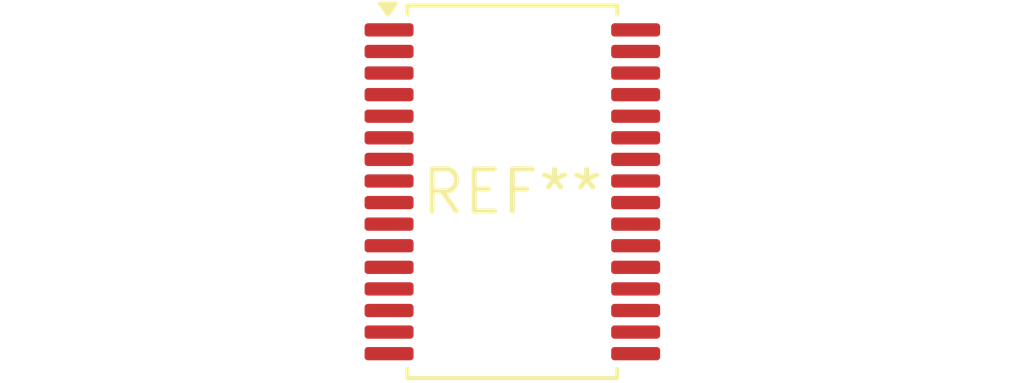
<source format=kicad_pcb>
(kicad_pcb (version 20240108) (generator pcbnew)
  (layers (0 "F.Cu" signal) (31 "B.Cu" signal) (34 "B.Paste" user) (35 "F.Paste" user) (36 "B.SilkS" user "B.Silkscreen") (37 "F.SilkS" user "F.Silkscreen") (38 "B.Mask" user) (39 "F.Mask" user) (44 "Edge.Cuts" user))
  (net 0 "")
  (footprint "TSSOP-32_6.1x11mm_P0.65mm" (layer "F.Cu") (at 0 0)
    (property "Reference" "REF**")
    (property "Value" "TSSOP-32_6.1x11mm_P0.65mm")
    (fp_line (start -3.16 -5.61) (end -3.16 -5.335) (layer "F.SilkS") (stroke (width 0.12)))
    (fp_line (start -3.16 5.61) (end -3.16 5.335) (layer "F.SilkS") (stroke (width 0.12)))
    (fp_line (start 0 -5.61) (end -3.16 -5.61) (layer "F.SilkS") (stroke (width 0.12)))
    (fp_line (start 0 -5.61) (end 3.16 -5.61) (layer "F.SilkS") (stroke (width 0.12)))
    (fp_line (start 0 5.61) (end -3.16 5.61) (layer "F.SilkS") (stroke (width 0.12)))
    (fp_line (start 0 5.61) (end 3.16 5.61) (layer "F.SilkS") (stroke (width 0.12)))
    (fp_line (start 3.16 -5.61) (end 3.16 -5.335) (layer "F.SilkS") (stroke (width 0.12)))
    (fp_line (start 3.16 5.61) (end 3.16 5.335) (layer "F.SilkS") (stroke (width 0.12)))
    (fp_poly (pts (xy -3.75 -5.335) (xy -3.99 -5.665) (xy -3.51 -5.665) (xy -3.75 -5.335)) (layer "F.SilkS") (stroke (width 0.12)) (fill solid))
    (pad "1" smd roundrect (at -3.7125 -4.875) (size 1.475 0.4) (layers "F.Cu" "F.Paste" "F.Mask"))
    (pad "2" smd roundrect (at -3.7125 -4.225) (size 1.475 0.4) (layers "F.Cu" "F.Paste" "F.Mask"))
    (pad "3" smd roundrect (at -3.7125 -3.575) (size 1.475 0.4) (layers "F.Cu" "F.Paste" "F.Mask"))
    (pad "4" smd roundrect (at -3.7125 -2.925) (size 1.475 0.4) (layers "F.Cu" "F.Paste" "F.Mask"))
    (pad "5" smd roundrect (at -3.7125 -2.275) (size 1.475 0.4) (layers "F.Cu" "F.Paste" "F.Mask"))
    (pad "6" smd roundrect (at -3.7125 -1.625) (size 1.475 0.4) (layers "F.Cu" "F.Paste" "F.Mask"))
    (pad "7" smd roundrect (at -3.7125 -0.975) (size 1.475 0.4) (layers "F.Cu" "F.Paste" "F.Mask"))
    (pad "8" smd roundrect (at -3.7125 -0.325) (size 1.475 0.4) (layers "F.Cu" "F.Paste" "F.Mask"))
    (pad "9" smd roundrect (at -3.7125 0.325) (size 1.475 0.4) (layers "F.Cu" "F.Paste" "F.Mask"))
    (pad "10" smd roundrect (at -3.7125 0.975) (size 1.475 0.4) (layers "F.Cu" "F.Paste" "F.Mask"))
    (pad "11" smd roundrect (at -3.7125 1.625) (size 1.475 0.4) (layers "F.Cu" "F.Paste" "F.Mask"))
    (pad "12" smd roundrect (at -3.7125 2.275) (size 1.475 0.4) (layers "F.Cu" "F.Paste" "F.Mask"))
    (pad "13" smd roundrect (at -3.7125 2.925) (size 1.475 0.4) (layers "F.Cu" "F.Paste" "F.Mask"))
    (pad "14" smd roundrect (at -3.7125 3.575) (size 1.475 0.4) (layers "F.Cu" "F.Paste" "F.Mask"))
    (pad "15" smd roundrect (at -3.7125 4.225) (size 1.475 0.4) (layers "F.Cu" "F.Paste" "F.Mask"))
    (pad "16" smd roundrect (at -3.7125 4.875) (size 1.475 0.4) (layers "F.Cu" "F.Paste" "F.Mask"))
    (pad "17" smd roundrect (at 3.7125 4.875) (size 1.475 0.4) (layers "F.Cu" "F.Paste" "F.Mask"))
    (pad "18" smd roundrect (at 3.7125 4.225) (size 1.475 0.4) (layers "F.Cu" "F.Paste" "F.Mask"))
    (pad "19" smd roundrect (at 3.7125 3.575) (size 1.475 0.4) (layers "F.Cu" "F.Paste" "F.Mask"))
    (pad "20" smd roundrect (at 3.7125 2.925) (size 1.475 0.4) (layers "F.Cu" "F.Paste" "F.Mask"))
    (pad "21" smd roundrect (at 3.7125 2.275) (size 1.475 0.4) (layers "F.Cu" "F.Paste" "F.Mask"))
    (pad "22" smd roundrect (at 3.7125 1.625) (size 1.475 0.4) (layers "F.Cu" "F.Paste" "F.Mask"))
    (pad "23" smd roundrect (at 3.7125 0.975) (size 1.475 0.4) (layers "F.Cu" "F.Paste" "F.Mask"))
    (pad "24" smd roundrect (at 3.7125 0.325) (size 1.475 0.4) (layers "F.Cu" "F.Paste" "F.Mask"))
    (pad "25" smd roundrect (at 3.7125 -0.325) (size 1.475 0.4) (layers "F.Cu" "F.Paste" "F.Mask"))
    (pad "26" smd roundrect (at 3.7125 -0.975) (size 1.475 0.4) (layers "F.Cu" "F.Paste" "F.Mask"))
    (pad "27" smd roundrect (at 3.7125 -1.625) (size 1.475 0.4) (layers "F.Cu" "F.Paste" "F.Mask"))
    (pad "28" smd roundrect (at 3.7125 -2.275) (size 1.475 0.4) (layers "F.Cu" "F.Paste" "F.Mask"))
    (pad "29" smd roundrect (at 3.7125 -2.925) (size 1.475 0.4) (layers "F.Cu" "F.Paste" "F.Mask"))
    (pad "30" smd roundrect (at 3.7125 -3.575) (size 1.475 0.4) (layers "F.Cu" "F.Paste" "F.Mask"))
    (pad "31" smd roundrect (at 3.7125 -4.225) (size 1.475 0.4) (layers "F.Cu" "F.Paste" "F.Mask"))
    (pad "32" smd roundrect (at 3.7125 -4.875) (size 1.475 0.4) (layers "F.Cu" "F.Paste" "F.Mask"))
  )
)
</source>
